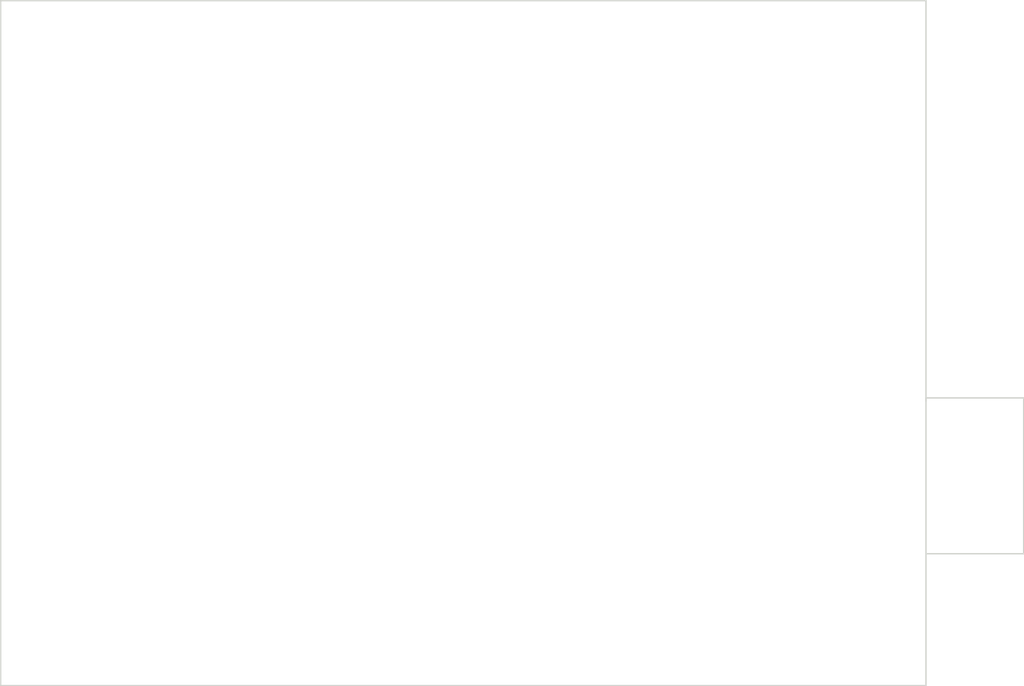
<source format=kicad_pcb>
(kicad_pcb (version 3) (host pcbnew "(2013-07-07 BZR 4022)-stable")

  (general
    (links 0)
    (no_connects 0)
    (area 0 0 0 0)
    (thickness 1.6)
    (drawings 8)
    (tracks 0)
    (zones 0)
    (modules 0)
    (nets 1)
  )

  (page A3)
  (layers
    (15 F.Cu signal)
    (0 B.Cu signal)
    (16 B.Adhes user)
    (17 F.Adhes user)
    (18 B.Paste user)
    (19 F.Paste user)
    (20 B.SilkS user)
    (21 F.SilkS user)
    (22 B.Mask user)
    (23 F.Mask user)
    (24 Dwgs.User user)
    (25 Cmts.User user)
    (26 Eco1.User user)
    (27 Eco2.User user)
    (28 Edge.Cuts user)
  )

  (setup
    (last_trace_width 0.254)
    (trace_clearance 0.254)
    (zone_clearance 0.508)
    (zone_45_only no)
    (trace_min 0.254)
    (segment_width 0.2)
    (edge_width 0.1)
    (via_size 0.889)
    (via_drill 0.635)
    (via_min_size 0.889)
    (via_min_drill 0.508)
    (uvia_size 0.508)
    (uvia_drill 0.127)
    (uvias_allowed no)
    (uvia_min_size 0.508)
    (uvia_min_drill 0.127)
    (pcb_text_width 0.3)
    (pcb_text_size 1.5 1.5)
    (mod_edge_width 0.15)
    (mod_text_size 1 1)
    (mod_text_width 0.15)
    (pad_size 1.5 1.5)
    (pad_drill 0.6)
    (pad_to_mask_clearance 0)
    (aux_axis_origin 0 0)
    (visible_elements FFFFFFBF)
    (pcbplotparams
      (layerselection 3178497)
      (usegerberextensions true)
      (excludeedgelayer true)
      (linewidth 0.150000)
      (plotframeref false)
      (viasonmask false)
      (mode 1)
      (useauxorigin false)
      (hpglpennumber 1)
      (hpglpenspeed 20)
      (hpglpendiameter 15)
      (hpglpenoverlay 2)
      (psnegative false)
      (psa4output false)
      (plotreference true)
      (plotvalue true)
      (plotothertext true)
      (plotinvisibletext false)
      (padsonsilk false)
      (subtractmaskfromsilk false)
      (outputformat 1)
      (mirror false)
      (drillshape 1)
      (scaleselection 1)
      (outputdirectory ""))
  )

  (net 0 "")

  (net_class Default "This is the default net class."
    (clearance 0.254)
    (trace_width 0.254)
    (via_dia 0.889)
    (via_drill 0.635)
    (uvia_dia 0.508)
    (uvia_drill 0.127)
    (add_net "")
  )

  (gr_line (start 205.74 141.224) (end 205.74 141.478) (angle 90) (layer Edge.Cuts) (width 0.1))
  (gr_line (start 212.979 141.224) (end 205.74 141.224) (angle 90) (layer Edge.Cuts) (width 0.1))
  (gr_line (start 212.979 152.781) (end 212.979 141.224) (angle 90) (layer Edge.Cuts) (width 0.1))
  (gr_line (start 205.74 152.781) (end 212.979 152.781) (angle 90) (layer Edge.Cuts) (width 0.1))
  (gr_line (start 137.16 111.76) (end 137.16 162.56) (angle 90) (layer Edge.Cuts) (width 0.1))
  (gr_line (start 205.74 111.76) (end 137.16 111.76) (angle 90) (layer Edge.Cuts) (width 0.1))
  (gr_line (start 205.74 162.56) (end 205.74 111.76) (angle 90) (layer Edge.Cuts) (width 0.1))
  (gr_line (start 137.16 162.56) (end 205.74 162.56) (angle 90) (layer Edge.Cuts) (width 0.1))

)

</source>
